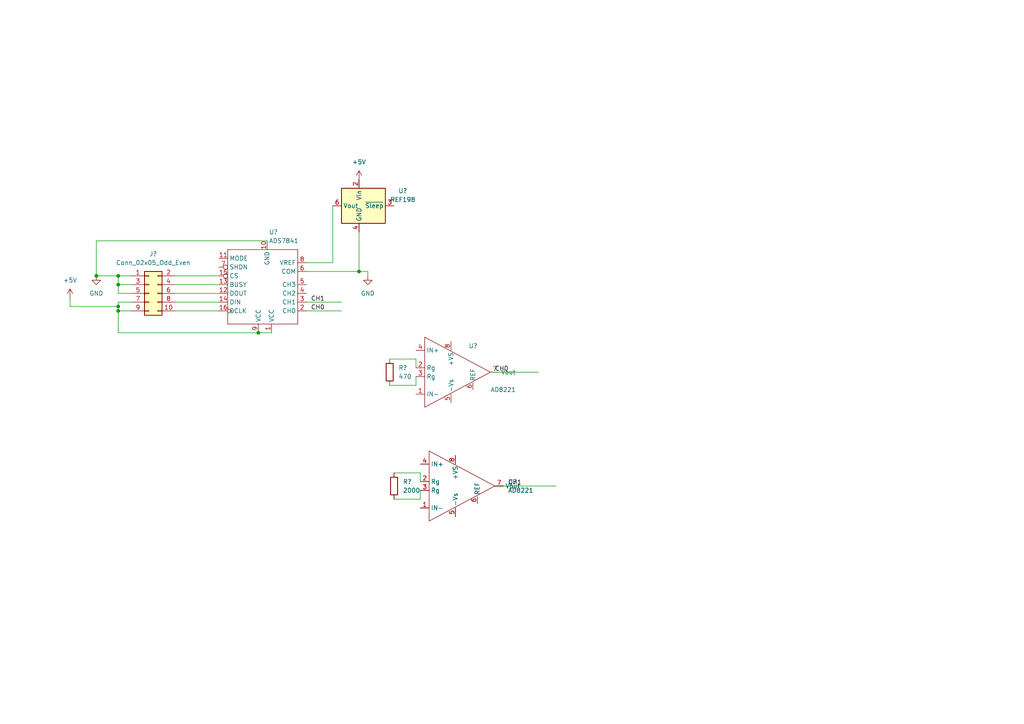
<source format=kicad_sch>
(kicad_sch (version 20211123) (generator eeschema)
  (paper "A4")
  (lib_symbols
    (symbol "Connector_Generic:Conn_02x05_Odd_Even" (pin_names (offset 1.016) hide)
      (property "Reference" "J" (at 1.27 7.62 0))
      (property "Value" "Conn_02x05_Odd_Even" (at 1.27 -7.62 0))
      (symbol "Conn_02x05_Odd_Even_1_1"
        (rectangle (start -1.27 -4.953) (end 0 -5.207) (stroke (width 0.1524)))
        (rectangle (start -1.27 -2.413) (end 0 -2.667) (stroke (width 0.1524)))
        (rectangle (start -1.27 0.127) (end 0 -0.127) (stroke (width 0.1524)))
        (rectangle (start -1.27 2.667) (end 0 2.413) (stroke (width 0.1524)))
        (rectangle (start -1.27 5.207) (end 0 4.953) (stroke (width 0.1524)))
        (rectangle (start -1.27 6.35) (end 3.81 -6.35) (stroke (width 0.254)) (fill (type background)))
        (rectangle (start 3.81 -4.953) (end 2.54 -5.207) (stroke (width 0.1524)))
        (rectangle (start 3.81 -2.413) (end 2.54 -2.667) (stroke (width 0.1524)))
        (rectangle (start 3.81 0.127) (end 2.54 -0.127) (stroke (width 0.1524)))
        (rectangle (start 3.81 2.667) (end 2.54 2.413) (stroke (width 0.1524)))
        (rectangle (start 3.81 5.207) (end 2.54 4.953) (stroke (width 0.1524)))
        (pin passive line (at -5.08 5.08 0) (length 3.81) (name "Pin_1") (number "1"))
        (pin passive line (at 7.62 -5.08 180) (length 3.81) (name "Pin_10") (number "10"))
        (pin passive line (at 7.62 5.08 180) (length 3.81) (name "Pin_2") (number "2"))
        (pin passive line (at -5.08 2.54 0) (length 3.81) (name "Pin_3") (number "3"))
        (pin passive line (at 7.62 2.54 180) (length 3.81) (name "Pin_4") (number "4"))
        (pin passive line (at -5.08 0 0) (length 3.81) (name "Pin_5") (number "5"))
        (pin passive line (at 7.62 0 180) (length 3.81) (name "Pin_6") (number "6"))
        (pin passive line (at -5.08 -2.54 0) (length 3.81) (name "Pin_7") (number "7"))
        (pin passive line (at 7.62 -2.54 180) (length 3.81) (name "Pin_8") (number "8"))
        (pin passive line (at -5.08 -5.08 0) (length 3.81) (name "Pin_9") (number "9"))
      )
    )
    (symbol "Device:R" (pin_numbers hide) (pin_names (offset 0))
      (property "Reference" "R" (at 2.032 0 90))
      (property "Value" "R" (at 0 0 90))
      (symbol "R_0_1"
        (rectangle (start -1.016 -2.54) (end 1.016 2.54) (stroke (width 0.254)))
      )
      (symbol "R_1_1"
        (pin passive line (at 0 3.81 270) (length 1.27) (name "~") (number "1"))
        (pin passive line (at 0 -3.81 90) (length 1.27) (name "~") (number "2"))
      )
    )
    (symbol "Reference_Voltage:REF198"
      (property "Reference" "U" (at 2.54 8.89 0))
      (property "Value" "REF198" (at 1.27 6.35 0))
      (symbol "REF198_0_1"
        (rectangle (start -7.62 5.08) (end 5.08 -5.08) (stroke (width 0.254)) (fill (type background)))
      )
      (symbol "REF198_1_1"
        (pin no_connect line (at -7.62 2.54 0) (length 2.54) hide (name "TP") (number "1"))
        (pin power_in line (at 0 7.62 270) (length 2.54) (name "Vin") (number "2"))
        (pin input line (at -10.16 0 0) (length 2.54) (name "~{Sleep}") (number "3"))
        (pin power_in line (at 0 -7.62 90) (length 2.54) (name "GND") (number "4"))
        (pin no_connect line (at -5.08 -5.08 90) (length 2.54) hide (name "TP") (number "5"))
        (pin power_out line (at 7.62 0 180) (length 2.54) (name "Vout") (number "6"))
        (pin no_connect line (at -2.54 -5.08 90) (length 2.54) hide (name "NC") (number "7"))
        (pin no_connect line (at 2.54 -5.08 90) (length 2.54) hide (name "NC") (number "8"))
      )
    )
    (symbol "custom:AD8221"
      (property "Reference" "U" (at -3.81 12.7 0))
      (property "Value" "AD8221" (at 1.27 2.54 0))
      (symbol "AD8221_0_1"
        (polyline (pts (xy -6.35 12.7) (xy -6.35 -7.62) (xy 12.7 2.54) (xy -6.35 12.7)))
      )
      (symbol "AD8221_1_1"
        (pin input line (at -8.89 -3.81 0) (length 2.54) (name "IN-") (number "1"))
        (pin bidirectional line (at -8.89 3.81 0) (length 2.54) (name "Rg") (number "2"))
        (pin bidirectional line (at -8.89 1.27 0) (length 2.54) (name "Rg") (number "3"))
        (pin input line (at -8.89 8.89 0) (length 2.54) (name "IN+") (number "4"))
        (pin power_in line (at 1.27 -6.35 90) (length 2.54) (name "-Vs") (number "5"))
        (pin input line (at 7.62 -2.54 90) (length 2) (name "REF") (number "6"))
        (pin output line (at 12.7 2.54 0) (length 2.54) (name "Vout") (number "7"))
        (pin power_in line (at 1.27 11.43 270) (length 2.54) (name "+VS") (number "8"))
      )
    )
    (symbol "custom:ADS7841"
      (property "Reference" "U" (at -6.35 10.16 0))
      (property "Value" "ADS7841" (at 8.89 10.16 0))
      (symbol "ADS7841_0_1"
        (rectangle (start -7.62 8.89) (end 12.7 -12.7))
      )
      (symbol "ADS7841_1_1"
        (pin power_in line (at 0 11.43 270) (length 2.54) (name "VCC") (number "1"))
        (pin power_in line (at 1.27 -15.24 90) (length 2.54) (name "GND") (number "10"))
        (pin input line (at 15.24 -10.16 180) (length 2.54) (name "MODE") (number "11"))
        (pin output line (at 15.24 0 180) (length 2.54) (name "DOUT") (number "12"))
        (pin output line (at 15.24 -2.54 180) (length 2.54) (name "BUSY") (number "13"))
        (pin input line (at 15.24 2.54 180) (length 2.54) (name "DIN") (number "14"))
        (pin input inverted (at 15.24 -5.08 180) (length 2.54) (name "CS") (number "15"))
        (pin input clock (at 15.24 5.08 180) (length 2.54) (name "DCLK") (number "16"))
        (pin input line (at -10.16 5.08 0) (length 2.54) (name "CH0") (number "2"))
        (pin input line (at -10.16 2.54 0) (length 2.54) (name "CH1") (number "3"))
        (pin input line (at -10.16 0 0) (length 2.54) (name "CH2") (number "4"))
        (pin input line (at -10.16 -2.54 0) (length 2.54) (name "CH3") (number "5"))
        (pin input line (at -10.16 -6.35 0) (length 2.54) (name "COM") (number "6"))
        (pin input inverted (at 15.24 -7.62 180) (length 2.54) (name "SHDN") (number "7"))
        (pin input line (at -10.16 -8.89 0) (length 2.54) (name "VREF") (number "8"))
        (pin power_in line (at 3.81 11.43 270) (length 2.54) (name "VCC") (number "9"))
      )
    )
    (symbol "power:+5V" (power) (pin_names (offset 0))
      (property "Value" "+5V" (at 0 3.556 0))
      (symbol "+5V_0_1"
        (polyline (pts (xy -0.762 1.27) (xy 0 2.54)))
        (polyline (pts (xy 0 0) (xy 0 2.54)))
        (polyline (pts (xy 0 2.54) (xy 0.762 1.27)))
      )
      (symbol "+5V_1_1"
        (pin power_in line (at 0 0 90) (length 0) hide (name "+5V") (number "1"))
      )
    )
    (symbol "power:GND" (power) (pin_names (offset 0))
      (property "Value" "GND" (at 0 -3.81 0))
      (symbol "GND_0_1"
        (polyline (pts (xy 0 0) (xy 0 -1.27) (xy 1.27 -1.27) (xy 0 -2.54) (xy -1.27 -1.27) (xy 0 -1.27)))
      )
      (symbol "GND_1_1"
        (pin power_in line (at 0 0 270) (length 0) hide (name "GND") (number "1"))
      )
    )
  )
  (junction (at 74.93 96.52))
  (junction (at 27.94 80.01))
  (junction (at 34.29 82.55))
  (junction (at 34.29 88.9))
  (junction (at 34.29 80.01))
  (junction (at 104.14 78.74))
  (junction (at 34.29 90.17))
  (wire (pts (xy 38.1 87.63) (xy 34.29 87.63)))
  (wire (pts (xy 38.1 82.55) (xy 34.29 82.55)))
  (wire (pts (xy 143.51 140.97) (xy 161.29 140.97)))
  (wire (pts (xy 50.8 82.55) (xy 63.5 82.55)))
  (wire (pts (xy 38.1 85.09) (xy 34.29 85.09)))
  (wire (pts (xy 50.8 90.17) (xy 63.5 90.17)))
  (wire (pts (xy 121.92 139.7) (xy 121.92 137.16)))
  (wire (pts (xy 104.14 78.74) (xy 106.68 78.74)))
  (wire (pts (xy 38.1 80.01) (xy 34.29 80.01)))
  (wire (pts (xy 96.52 76.2) (xy 88.9 76.2)))
  (wire (pts (xy 38.1 90.17) (xy 34.29 90.17)))
  (wire (pts (xy 20.32 88.9) (xy 34.29 88.9)))
  (wire (pts (xy 20.32 86.36) (xy 20.32 88.9)))
  (wire (pts (xy 34.29 96.52) (xy 34.29 90.17)))
  (wire (pts (xy 34.29 82.55) (xy 34.29 80.01)))
  (wire (pts (xy 50.8 87.63) (xy 63.5 87.63)))
  (wire (pts (xy 96.52 59.69) (xy 96.52 76.2)))
  (wire (pts (xy 121.92 144.78) (xy 114.3 144.78)))
  (wire (pts (xy 34.29 85.09) (xy 34.29 82.55)))
  (wire (pts (xy 88.9 90.17) (xy 99.06 90.17)))
  (wire (pts (xy 34.29 90.17) (xy 34.29 88.9)))
  (wire (pts (xy 121.92 137.16) (xy 114.3 137.16)))
  (wire (pts (xy 27.94 80.01) (xy 34.29 80.01)))
  (wire (pts (xy 120.65 111.76) (xy 113.03 111.76)))
  (wire (pts (xy 120.65 104.14) (xy 113.03 104.14)))
  (wire (pts (xy 142.24 107.95) (xy 156.21 107.95)))
  (wire (pts (xy 34.29 88.9) (xy 34.29 87.63)))
  (wire (pts (xy 120.65 109.22) (xy 120.65 111.76)))
  (wire (pts (xy 88.9 87.63) (xy 99.06 87.63)))
  (wire (pts (xy 104.14 67.31) (xy 104.14 78.74)))
  (wire (pts (xy 27.94 69.85) (xy 27.94 80.01)))
  (wire (pts (xy 50.8 80.01) (xy 63.5 80.01)))
  (wire (pts (xy 121.92 142.24) (xy 121.92 144.78)))
  (wire (pts (xy 120.65 106.68) (xy 120.65 104.14)))
  (wire (pts (xy 74.93 96.52) (xy 78.74 96.52)))
  (wire (pts (xy 88.9 78.74) (xy 104.14 78.74)))
  (wire (pts (xy 77.47 69.85) (xy 27.94 69.85)))
  (wire (pts (xy 106.68 78.74) (xy 106.68 80.01)))
  (wire (pts (xy 50.8 85.09) (xy 63.5 85.09)))
  (wire (pts (xy 74.93 96.52) (xy 34.29 96.52)))
  (label "CH1" (at 90.17 87.63 0))
  (label "CH1" (at 147.32 140.97 0))
  (label "CH0" (at 90.17 90.17 0))
  (label "CH0" (at 143.51 107.95 0))
  (symbol (lib_id "power:+5V") (at 104.14 52.07 0) (unit 1)
    (property "Reference" "#PWR?" (effects hide))
    (property "Value" "+5V" (at 104.14 46.99 0))
  )
  (symbol (lib_id "Reference_Voltage:REF198") (at 104.14 59.69 0) (mirror y) (unit 1)
    (property "Reference" "U?" (at 116.84 55.3593 0))
    (property "Value" "REF198" (at 116.84 57.8993 0))
    (property "Datasheet" "https://www.analog.com/static/imported-files/data_sheets/REF19xSeries.pdf" (effects hide))
  )
  (symbol (lib_id "power:GND") (at 27.94 80.01 0) (unit 1)
    (property "Reference" "#PWR?" (effects hide))
    (property "Value" "GND" (at 27.94 85.09 0))
  )
  (symbol (lib_id "custom:ADS7841") (at 78.74 85.09 180) (unit 1)
    (property "Reference" "U?" (at 77.9906 67.31 0) (effects (justify right)))
    (property "Value" "ADS7841" (at 77.9906 69.85 0) (effects (justify right)))
  )
  (symbol (lib_id "Device:R") (at 114.3 140.97 0) (unit 1)
    (property "Reference" "R?" (at 116.84 139.6999 0) (effects (justify left)))
    (property "Value" "2000" (at 116.84 142.2399 0) (effects (justify left)))
  )
  (symbol (lib_id "custom:AD8221") (at 130.81 143.51 0) (unit 1)
    (property "Reference" "U?" (at 147.32 139.6999 0) (effects (justify left)))
    (property "Value" "AD8221" (at 147.32 142.2399 0) (effects (justify left)))
  )
  (symbol (lib_id "custom:AD8221") (at 129.54 110.49 0) (unit 1)
    (property "Reference" "U?" (at 135.89 100.33 0) (effects (justify left)))
    (property "Value" "AD8221" (at 142.24 113.03 0) (effects (justify left)))
  )
  (symbol (lib_id "power:+5V") (at 20.32 86.36 0) (unit 1)
    (property "Reference" "#PWR?" (effects hide))
    (property "Value" "+5V" (at 20.32 81.28 0))
  )
  (symbol (lib_id "Connector_Generic:Conn_02x05_Odd_Even") (at 43.18 85.09 0) (unit 1)
    (property "Reference" "J?" (at 44.45 73.66 0))
    (property "Value" "Conn_02x05_Odd_Even" (at 44.45 76.2 0))
  )
  (symbol (lib_id "Device:R") (at 113.03 107.95 0) (unit 1)
    (property "Reference" "R?" (at 115.57 106.6799 0) (effects (justify left)))
    (property "Value" "470" (at 115.57 109.2199 0) (effects (justify left)))
  )
  (symbol (lib_id "power:GND") (at 106.68 80.01 0) (unit 1)
    (property "Reference" "#PWR?" (effects hide))
    (property "Value" "GND" (at 106.68 85.09 0))
  )
)
</source>
